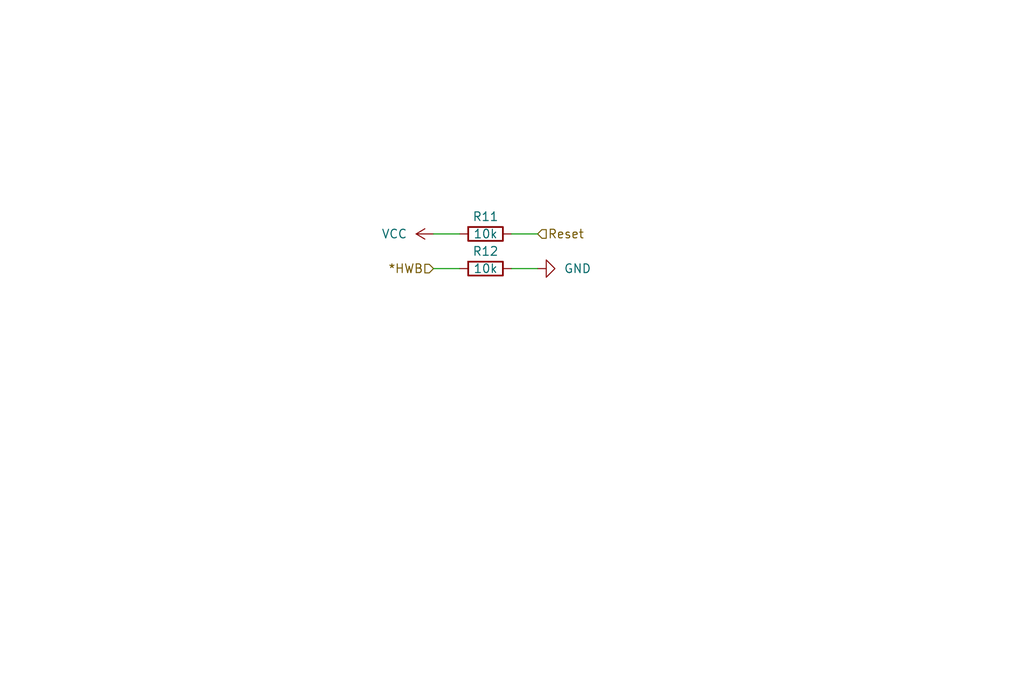
<source format=kicad_sch>
(kicad_sch (version 20211123) (generator eeschema)
  (paper "User" 150.012 99.9998)
  (title_block (title "Ramen80") (date "2022-02-24") (rev "v1.0.0") (company "Ramen Keebs") (comment 1 "Resistor Grid"))
  (lib_symbols
    (symbol "Device:R" (pin_numbers hide) (pin_names (offset 0))
      (property "Reference" "R" (at 2.032 0 90))
      (property "Value" "R" (at 0 0 90))
      (symbol "R_0_1"
        (rectangle (start -1.016 -2.54) (end 1.016 2.54) (stroke (width 0.254)))
      )
      (symbol "R_1_1"
        (pin passive line (at 0 3.81 270) (length 1.27) (name "~") (number "1"))
        (pin passive line (at 0 -3.81 90) (length 1.27) (name "~") (number "2"))
      )
    )
    (symbol "power:GND" (power) (pin_names (offset 0))
      (property "Value" "GND" (at 0 -3.81 0))
      (symbol "GND_0_1"
        (polyline (pts (xy 0 0) (xy 0 -1.27) (xy 1.27 -1.27) (xy 0 -2.54) (xy -1.27 -1.27) (xy 0 -1.27)))
      )
      (symbol "GND_1_1"
        (pin power_in line (at 0 0 270) (length 0) hide (name "GND") (number "1"))
      )
    )
    (symbol "power:VCC" (power) (pin_names (offset 0))
      (property "Value" "VCC" (at 0 3.81 0))
      (symbol "VCC_0_1"
        (polyline (pts (xy -0.762 1.27) (xy 0 2.54)))
        (polyline (pts (xy 0 0) (xy 0 2.54)))
        (polyline (pts (xy 0 2.54) (xy 0.762 1.27)))
      )
      (symbol "VCC_1_1"
        (pin power_in line (at 0 0 90) (length 0) hide (name "VCC") (number "1"))
      )
    )
  )
  (wire (pts (xy 63.5 39.37) (xy 67.31 39.37)))
  (wire (pts (xy 78.74 39.37) (xy 74.93 39.37)))
  (wire (pts (xy 74.93 34.29) (xy 78.74 34.29)))
  (wire (pts (xy 63.5 34.29) (xy 67.31 34.29)))
  (hierarchical_label "*HWB" (shape input) (at 63.5 39.37 180))
  (hierarchical_label "Reset" (shape input) (at 78.74 34.29 0))
  (symbol (lib_id "Device:R") (at 71.12 39.37 90) (unit 1)
    (property "Reference" "R12" (at 71.12 36.83 90))
    (property "Value" "10k" (at 71.12 39.37 90))
    (property "Footprint" "Resistor_SMD:R_0805_2012Metric" (effects hide))
  )
  (symbol (lib_id "power:GND") (at 78.74 39.37 90) (unit 1)
    (property "Reference" "#PWR048" (effects hide))
    (property "Value" "GND" (at 82.55 39.3699 90) (effects (justify right)))
  )
  (symbol (lib_id "power:VCC") (at 63.5 34.29 90) (unit 1)
    (property "Reference" "#PWR047" (effects hide))
    (property "Value" "VCC" (at 59.69 34.2899 90) (effects (justify left)))
  )
  (symbol (lib_id "Device:R") (at 71.12 34.29 90) (unit 1)
    (property "Reference" "R11" (at 71.12 31.75 90))
    (property "Value" "10k" (at 71.12 34.29 90))
    (property "Footprint" "Resistor_SMD:R_0805_2012Metric" (effects hide))
  )
)
</source>
